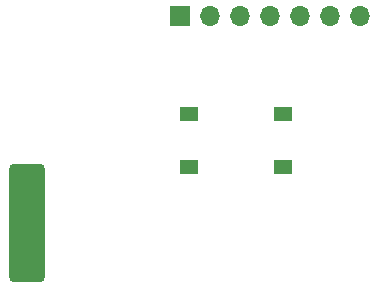
<source format=gbr>
%TF.GenerationSoftware,KiCad,Pcbnew,8.0.4-8.0.4-0~ubuntu22.04.1*%
%TF.CreationDate,2024-08-24T01:42:33-03:00*%
%TF.ProjectId,Anteres-Receiver,416e7465-7265-4732-9d52-656365697665,1.0.1*%
%TF.SameCoordinates,Original*%
%TF.FileFunction,Soldermask,Bot*%
%TF.FilePolarity,Negative*%
%FSLAX46Y46*%
G04 Gerber Fmt 4.6, Leading zero omitted, Abs format (unit mm)*
G04 Created by KiCad (PCBNEW 8.0.4-8.0.4-0~ubuntu22.04.1) date 2024-08-24 01:42:33*
%MOMM*%
%LPD*%
G01*
G04 APERTURE LIST*
G04 Aperture macros list*
%AMRoundRect*
0 Rectangle with rounded corners*
0 $1 Rounding radius*
0 $2 $3 $4 $5 $6 $7 $8 $9 X,Y pos of 4 corners*
0 Add a 4 corners polygon primitive as box body*
4,1,4,$2,$3,$4,$5,$6,$7,$8,$9,$2,$3,0*
0 Add four circle primitives for the rounded corners*
1,1,$1+$1,$2,$3*
1,1,$1+$1,$4,$5*
1,1,$1+$1,$6,$7*
1,1,$1+$1,$8,$9*
0 Add four rect primitives between the rounded corners*
20,1,$1+$1,$2,$3,$4,$5,0*
20,1,$1+$1,$4,$5,$6,$7,0*
20,1,$1+$1,$6,$7,$8,$9,0*
20,1,$1+$1,$8,$9,$2,$3,0*%
G04 Aperture macros list end*
%ADD10RoundRect,0.375000X1.125000X-4.625000X1.125000X4.625000X-1.125000X4.625000X-1.125000X-4.625000X0*%
%ADD11R,1.700000X1.700000*%
%ADD12O,1.700000X1.700000*%
%ADD13R,1.550000X1.300000*%
G04 APERTURE END LIST*
D10*
%TO.C,J301*%
X142250000Y-100000000D03*
%TD*%
D11*
%TO.C,J501*%
X155210000Y-82500000D03*
D12*
X157750000Y-82500000D03*
X160289999Y-82500000D03*
X162830000Y-82500000D03*
X165370000Y-82500000D03*
X167910000Y-82500000D03*
X170450000Y-82500000D03*
%TD*%
D13*
%TO.C,SW201*%
X163975000Y-90750000D03*
X156025000Y-90750000D03*
X163975000Y-95250000D03*
X156025000Y-95250000D03*
%TD*%
M02*

</source>
